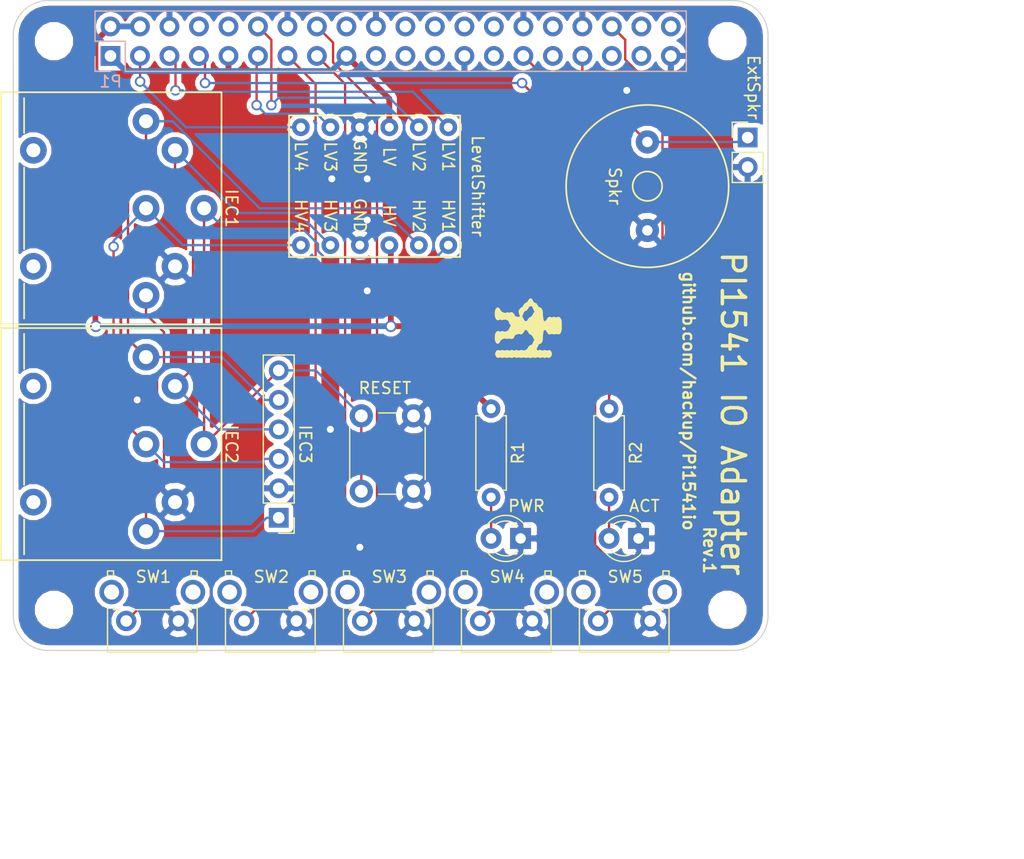
<source format=kicad_pcb>
(kicad_pcb (version 20171130) (host pcbnew "(5.0.0-rc2-dev-406-g05dae9627)")
  (title_block (title "PI1541 IO Adapter") (date 2018-05-09) (rev 1) (company hackup.net) (comment 1 https://github.com/hackup/Pi1541io))
  (layers (0 F.Cu signal) (31 B.Cu signal) (34 B.Paste user) (35 F.Paste user) (36 B.SilkS user) (37 F.SilkS user) (38 B.Mask user) (39 F.Mask user) (44 Edge.Cuts user))
  (net 0 "")
  (net 1 +3V3)
  (net 2 +5V)
  (net 3 GND)
  (net 4 /ID_SD)
  (net 5 /ID_SC)
  (net 6 /GPIO5)
  (net 7 /GPIO6)
  (net 8 /GPIO26)
  (net 9 "/GPIO4(GCLK)")
  (net 10 "/GPIO14(TXD0)")
  (net 11 "/GPIO15(RXD0)")
  (net 12 "/GPIO27(GEN2)")
  (net 13 "/GPIO22(GEN3)")
  (net 14 "/GPIO23(GEN4)")
  (net 15 "/GPIO24(GEN5)")
  (net 16 "/GPIO25(GEN6)")
  (net 17 "/GPIO10(SPI0_MOSI)")
  (net 18 "/GPIO9(SPI0_MISO)")
  (net 19 "/GPIO11(SPI0_SCK)")
  (net 20 "/GPIO8(SPI0_CE_N)")
  (net 21 "/GPIO7(SPI1_CE_N)")
  (net 22 "/GPIO12(PWM0)")
  (net 23 "/GPIO13(PWM1)")
  (net 24 "/GPIO19(SPI1_MISO)")
  (net 25 /GPIO16)
  (net 26 "/GPIO20(SPI1_MOSI)")
  (net 27 "/GPIO21(SPI1_SCK)")
  (net 28 "Net-(J1-Pad6)")
  (net 29 "Net-(J1-Pad4)")
  (net 30 "Net-(J1-Pad1)")
  (net 31 "Net-(J1-Pad3)")
  (net 32 "Net-(J1-Pad5)")
  (net 33 ATN)
  (net 34 RESET)
  (net 35 CLK)
  (net 36 DATA)
  (net 37 "Net-(D1-Pad2)")
  (net 38 "Net-(D2-Pad2)")
  (module LEDs:LED_D3.0mm (layer F.Cu) (at 149.835 105.55 180)
    (fp_text reference D1 hide)
    (fp_text value PWR (at -0.508 2.794 unlocked) (layer F.SilkS))
    (pad 1 thru_hole rect (at 0 0 180) (size 1.8 1.8) (drill 0.9) (layers *.Cu *.Mask) (net 3 GND))
    (pad 2 thru_hole circle (at 2.54 0 180) (size 1.8 1.8) (drill 0.9) (layers *.Cu *.Mask) (net 37 "Net-(D1-Pad2)"))
  )
  (module Resistors_THT:R_Axial_DIN0207_L6.3mm_D2.5mm_P7.62mm_Horizontal (layer F.Cu) (at 147.295 94.374 270)
    (fp_text reference R1 (at 3.81 -2.31 270) (layer F.SilkS))
    (fp_text value 330 hide)
    (pad 1 thru_hole circle (at 0 0 270) (size 1.6 1.6) (drill 0.8) (layers *.Cu *.Mask) (net 2 +5V))
    (pad 2 thru_hole oval (at 7.62 0 270) (size 1.6 1.6) (drill 0.8) (layers *.Cu *.Mask) (net 37 "Net-(D1-Pad2)"))
  )
  (module DIN-Connector:DIN-6 (layer F.Cu) (at 117.577 97.422 90)
    (fp_text reference J2 hide)
    (fp_text value IEC2 (at 0 7.366 270 unlocked) (layer F.SilkS))
    (pad 6 thru_hole circle (at 0 5 90) (size 2.3 2.3) (drill 1.2) (layers *.Cu *.Mask) (net 28 "Net-(J1-Pad6)") (clearance 0.3))
    (pad 2 thru_hole circle (at -5 2.5 90) (size 2.3 2.3) (drill 1.2) (layers *.Cu *.Mask) (net 3 GND) (clearance 0.3))
    (pad 4 thru_hole circle (at 5 2.5 90) (size 2.3 2.3) (drill 1.2) (layers *.Cu *.Mask) (net 29 "Net-(J1-Pad4)") (clearance 0.3))
    (pad 1 thru_hole circle (at -7.5 0 90) (size 2.3 2.3) (drill 1.2) (layers *.Cu *.Mask) (net 30 "Net-(J1-Pad1)") (clearance 0.3))
    (pad 3 thru_hole circle (at 0 0 90) (size 2.3 2.3) (drill 1.2) (layers *.Cu *.Mask) (net 31 "Net-(J1-Pad3)") (clearance 0.3))
    (pad 5 thru_hole circle (at 7.5 0 90) (size 2.3 2.3) (drill 1.2) (layers *.Cu *.Mask) (net 32 "Net-(J1-Pad5)") (clearance 0.3))
    (pad "" thru_hole circle (at 5 -9.7 90) (size 2.3 2.3) (drill 1.2) (layers *.Cu *.Mask))
    (pad "" thru_hole circle (at -5 -9.7 90) (size 2.3 2.3) (drill 1.2) (layers *.Cu *.Mask))
  )
  (module Buttons_Switches_THT:SW_PUSH_6mm (layer F.Cu) (at 136.119 101.486 90)
    (fp_text reference SW6 hide)
    (fp_text value RESET (at 8.89 2.032 180) (layer F.SilkS))
    (pad 2 thru_hole circle (at 0 4.5 180) (size 2 2) (drill 1.1) (layers *.Cu *.Mask) (net 3 GND))
    (pad 1 thru_hole circle (at 0 0 180) (size 2 2) (drill 1.1) (layers *.Cu *.Mask) (net 28 "Net-(J1-Pad6)"))
    (pad 2 thru_hole circle (at 6.5 4.5 180) (size 2 2) (drill 1.1) (layers *.Cu *.Mask) (net 3 GND))
    (pad 1 thru_hole circle (at 6.5 0 180) (size 2 2) (drill 1.1) (layers *.Cu *.Mask) (net 28 "Net-(J1-Pad6)"))
  )
  (module hackup:LevelShifterModule4CH (layer F.Cu) (at 135.992 75.197 270)
    (fp_text reference U1 hide)
    (fp_text value LevelShifter (at 0 -10.16 270 unlocked) (layer F.SilkS))
    (fp_text user HV (at 2.54 -2.54 270 unlocked) (layer F.SilkS))
    (fp_text user HV4 (at 2.54 5.08 270 unlocked) (layer F.SilkS))
    (fp_text user HV3 (at 2.54 2.54 270 unlocked) (layer F.SilkS))
    (fp_text user HV2 (at 2.54 -5.08 270 unlocked) (layer F.SilkS))
    (fp_text user HV1 (at 2.54 -7.62 270 unlocked) (layer F.SilkS))
    (fp_text user LV4 (at -2.54 5.08 270 unlocked) (layer F.SilkS))
    (fp_text user LV3 (at -2.54 2.54 270 unlocked) (layer F.SilkS))
    (fp_text user GND (at 2.54 0 270 unlocked) (layer F.SilkS))
    (fp_text user GND (at -2.54 0 270 unlocked) (layer F.SilkS))
    (fp_text user LV (at -2.54 -2.54 270 unlocked) (layer F.SilkS))
    (fp_text user LV2 (at -2.54 -5.08 270 unlocked) (layer F.SilkS))
    (fp_text user LV1 (at -2.54 -7.62 270 unlocked) (layer F.SilkS))
    (pad 12 thru_hole circle (at 5.08 -7.62 270) (size 1.524 1.524) (drill 0.762) (layers *.Cu *.Mask) (net 28 "Net-(J1-Pad6)"))
    (pad 11 thru_hole circle (at 5.08 -5.08 270) (size 1.524 1.524) (drill 0.762) (layers *.Cu *.Mask) (net 32 "Net-(J1-Pad5)"))
    (pad 10 thru_hole circle (at 5.08 -2.54 270) (size 1.524 1.524) (drill 0.762) (layers *.Cu *.Mask) (net 2 +5V))
    (pad 9 thru_hole circle (at 5.08 0 270) (size 1.524 1.524) (drill 0.762) (layers *.Cu *.Mask) (net 3 GND))
    (pad 8 thru_hole circle (at 5.08 2.54 270) (size 1.524 1.524) (drill 0.762) (layers *.Cu *.Mask) (net 29 "Net-(J1-Pad4)"))
    (pad 7 thru_hole circle (at 5.08 5.08 270) (size 1.524 1.524) (drill 0.762) (layers *.Cu *.Mask) (net 31 "Net-(J1-Pad3)"))
    (pad 6 thru_hole circle (at -5.08 5.08 270) (size 1.524 1.524) (drill 0.762) (layers *.Cu *.Mask) (net 33 ATN))
    (pad 5 thru_hole circle (at -5.08 2.54 270) (size 1.524 1.524) (drill 0.762) (layers *.Cu *.Mask) (net 35 CLK))
    (pad 4 thru_hole circle (at -5.08 0 270) (size 1.524 1.524) (drill 0.762) (layers *.Cu *.Mask) (net 3 GND))
    (pad 3 thru_hole circle (at -5.08 -2.54 270) (size 1.524 1.524) (drill 0.762) (layers *.Cu *.Mask) (net 1 +3V3))
    (pad 2 thru_hole circle (at -5.08 -5.08 270) (size 1.524 1.524) (drill 0.762) (layers *.Cu *.Mask) (net 36 DATA))
    (pad 1 thru_hole circle (at -5.08 -7.62 270) (size 1.524 1.524) (drill 0.762) (layers *.Cu *.Mask) (net 34 RESET))
  )
  (module Buttons_Switches_THT:SW_Tactile_SPST_Angled_PTS645Vx83-2LFS (layer F.Cu) (at 140.691 112.662 180)
    (fp_text reference SW3 (at 2.159 3.81 180) (layer F.SilkS))
    (fp_text value SW_Push)
    (pad "" thru_hole circle (at 5.76 2.49 180) (size 2.1 2.1) (drill 1.3) (layers *.Cu *.Mask))
    (pad 2 thru_hole circle (at 4.5 0 180) (size 1.75 1.75) (drill 0.99) (layers *.Cu *.Mask) (net 14 "/GPIO23(GEN4)"))
    (pad 1 thru_hole circle (at 0 0 180) (size 1.75 1.75) (drill 0.99) (layers *.Cu *.Mask) (net 3 GND))
    (pad "" thru_hole circle (at -1.25 2.49 180) (size 2.1 2.1) (drill 1.3) (layers *.Cu *.Mask))
  )
  (module Socket_Strips:Socket_Strip_Straight_2x20_Pitch2.54mm (layer B.Cu) (at 114.517 63.972 270)
    (fp_text reference P1 (at 2.208 -0.012 180) (layer B.SilkS) (effects (justify mirror)))
    (fp_text value Conn_02x20_Odd_Even)
    (pad 1 thru_hole rect (at 0 0 270) (size 1.7 1.7) (drill 1) (layers *.Cu *.Mask) (net 1 +3V3))
    (pad 2 thru_hole oval (at -2.54 0 270) (size 1.7 1.7) (drill 1) (layers *.Cu *.Mask) (net 2 +5V))
    (pad 3 thru_hole oval (at 0 -2.54 270) (size 1.7 1.7) (drill 1) (layers *.Cu *.Mask) (net 33 ATN))
    (pad 4 thru_hole oval (at -2.54 -2.54 270) (size 1.7 1.7) (drill 1) (layers *.Cu *.Mask) (net 2 +5V))
    (pad 5 thru_hole oval (at 0 -5.08 270) (size 1.7 1.7) (drill 1) (layers *.Cu *.Mask) (net 34 RESET))
    (pad 6 thru_hole oval (at -2.54 -5.08 270) (size 1.7 1.7) (drill 1) (layers *.Cu *.Mask) (net 3 GND))
    (pad 7 thru_hole oval (at 0 -7.62 270) (size 1.7 1.7) (drill 1) (layers *.Cu *.Mask) (net 9 "/GPIO4(GCLK)"))
    (pad 8 thru_hole oval (at -2.54 -7.62 270) (size 1.7 1.7) (drill 1) (layers *.Cu *.Mask) (net 10 "/GPIO14(TXD0)"))
    (pad 9 thru_hole oval (at 0 -10.16 270) (size 1.7 1.7) (drill 1) (layers *.Cu *.Mask) (net 3 GND))
    (pad 10 thru_hole oval (at -2.54 -10.16 270) (size 1.7 1.7) (drill 1) (layers *.Cu *.Mask) (net 11 "/GPIO15(RXD0)"))
    (pad 11 thru_hole oval (at 0 -12.7 270) (size 1.7 1.7) (drill 1) (layers *.Cu *.Mask) (net 35 CLK))
    (pad 12 thru_hole oval (at -2.54 -12.7 270) (size 1.7 1.7) (drill 1) (layers *.Cu *.Mask) (net 36 DATA))
    (pad 13 thru_hole oval (at 0 -15.24 270) (size 1.7 1.7) (drill 1) (layers *.Cu *.Mask) (net 12 "/GPIO27(GEN2)"))
    (pad 14 thru_hole oval (at -2.54 -15.24 270) (size 1.7 1.7) (drill 1) (layers *.Cu *.Mask) (net 3 GND))
    (pad 15 thru_hole oval (at 0 -17.78 270) (size 1.7 1.7) (drill 1) (layers *.Cu *.Mask) (net 13 "/GPIO22(GEN3)"))
    (pad 16 thru_hole oval (at -2.54 -17.78 270) (size 1.7 1.7) (drill 1) (layers *.Cu *.Mask) (net 14 "/GPIO23(GEN4)"))
    (pad 17 thru_hole oval (at 0 -20.32 270) (size 1.7 1.7) (drill 1) (layers *.Cu *.Mask) (net 1 +3V3))
    (pad 18 thru_hole oval (at -2.54 -20.32 270) (size 1.7 1.7) (drill 1) (layers *.Cu *.Mask) (net 15 "/GPIO24(GEN5)"))
    (pad 19 thru_hole oval (at 0 -22.86 270) (size 1.7 1.7) (drill 1) (layers *.Cu *.Mask) (net 17 "/GPIO10(SPI0_MOSI)"))
    (pad 20 thru_hole oval (at -2.54 -22.86 270) (size 1.7 1.7) (drill 1) (layers *.Cu *.Mask) (net 3 GND))
    (pad 21 thru_hole oval (at 0 -25.4 270) (size 1.7 1.7) (drill 1) (layers *.Cu *.Mask) (net 18 "/GPIO9(SPI0_MISO)"))
    (pad 22 thru_hole oval (at -2.54 -25.4 270) (size 1.7 1.7) (drill 1) (layers *.Cu *.Mask) (net 16 "/GPIO25(GEN6)"))
    (pad 23 thru_hole oval (at 0 -27.94 270) (size 1.7 1.7) (drill 1) (layers *.Cu *.Mask) (net 19 "/GPIO11(SPI0_SCK)"))
    (pad 24 thru_hole oval (at -2.54 -27.94 270) (size 1.7 1.7) (drill 1) (layers *.Cu *.Mask) (net 20 "/GPIO8(SPI0_CE_N)"))
    (pad 25 thru_hole oval (at 0 -30.48 270) (size 1.7 1.7) (drill 1) (layers *.Cu *.Mask) (net 3 GND))
    (pad 26 thru_hole oval (at -2.54 -30.48 270) (size 1.7 1.7) (drill 1) (layers *.Cu *.Mask) (net 21 "/GPIO7(SPI1_CE_N)"))
    (pad 27 thru_hole oval (at 0 -33.02 270) (size 1.7 1.7) (drill 1) (layers *.Cu *.Mask) (net 4 /ID_SD))
    (pad 28 thru_hole oval (at -2.54 -33.02 270) (size 1.7 1.7) (drill 1) (layers *.Cu *.Mask) (net 5 /ID_SC))
    (pad 29 thru_hole oval (at 0 -35.56 270) (size 1.7 1.7) (drill 1) (layers *.Cu *.Mask) (net 6 /GPIO5))
    (pad 30 thru_hole oval (at -2.54 -35.56 270) (size 1.7 1.7) (drill 1) (layers *.Cu *.Mask) (net 3 GND))
    (pad 31 thru_hole oval (at 0 -38.1 270) (size 1.7 1.7) (drill 1) (layers *.Cu *.Mask) (net 7 /GPIO6))
    (pad 32 thru_hole oval (at -2.54 -38.1 270) (size 1.7 1.7) (drill 1) (layers *.Cu *.Mask) (net 22 "/GPIO12(PWM0)"))
    (pad 33 thru_hole oval (at 0 -40.64 270) (size 1.7 1.7) (drill 1) (layers *.Cu *.Mask) (net 23 "/GPIO13(PWM1)"))
    (pad 34 thru_hole oval (at -2.54 -40.64 270) (size 1.7 1.7) (drill 1) (layers *.Cu *.Mask) (net 3 GND))
    (pad 35 thru_hole oval (at 0 -43.18 270) (size 1.7 1.7) (drill 1) (layers *.Cu *.Mask) (net 24 "/GPIO19(SPI1_MISO)"))
    (pad 36 thru_hole oval (at -2.54 -43.18 270) (size 1.7 1.7) (drill 1) (layers *.Cu *.Mask) (net 25 /GPIO16))
    (pad 37 thru_hole oval (at 0 -45.72 270) (size 1.7 1.7) (drill 1) (layers *.Cu *.Mask) (net 8 /GPIO26))
    (pad 38 thru_hole oval (at -2.54 -45.72 270) (size 1.7 1.7) (drill 1) (layers *.Cu *.Mask) (net 26 "/GPIO20(SPI1_MOSI)"))
    (pad 39 thru_hole oval (at 0 -48.26 270) (size 1.7 1.7) (drill 1) (layers *.Cu *.Mask) (net 3 GND))
    (pad 40 thru_hole oval (at -2.54 -48.26 270) (size 1.7 1.7) (drill 1) (layers *.Cu *.Mask) (net 27 "/GPIO21(SPI1_SCK)"))
  )
  (module DIN-Connector:DIN-6 (layer F.Cu) (at 117.577 77.102 90)
    (fp_text reference J1 hide)
    (fp_text value IEC1 (at 0 7.366 270 unlocked) (layer F.SilkS))
    (pad 6 thru_hole circle (at 0 5 90) (size 2.3 2.3) (drill 1.2) (layers *.Cu *.Mask) (net 28 "Net-(J1-Pad6)") (clearance 0.3))
    (pad 2 thru_hole circle (at -5 2.5 90) (size 2.3 2.3) (drill 1.2) (layers *.Cu *.Mask) (net 3 GND) (clearance 0.3))
    (pad 4 thru_hole circle (at 5 2.5 90) (size 2.3 2.3) (drill 1.2) (layers *.Cu *.Mask) (net 29 "Net-(J1-Pad4)") (clearance 0.3))
    (pad 1 thru_hole circle (at -7.5 0 90) (size 2.3 2.3) (drill 1.2) (layers *.Cu *.Mask) (net 30 "Net-(J1-Pad1)") (clearance 0.3))
    (pad 3 thru_hole circle (at 0 0 90) (size 2.3 2.3) (drill 1.2) (layers *.Cu *.Mask) (net 31 "Net-(J1-Pad3)") (clearance 0.3))
    (pad 5 thru_hole circle (at 7.5 0 90) (size 2.3 2.3) (drill 1.2) (layers *.Cu *.Mask) (net 32 "Net-(J1-Pad5)") (clearance 0.3))
    (pad "" thru_hole circle (at 5 -9.7 90) (size 2.3 2.3) (drill 1.2) (layers *.Cu *.Mask))
    (pad "" thru_hole circle (at -5 -9.7 90) (size 2.3 2.3) (drill 1.2) (layers *.Cu *.Mask))
  )
  (module Buttons_Switches_THT:SW_Tactile_SPST_Angled_PTS645Vx83-2LFS (layer F.Cu) (at 120.371 112.662 180)
    (fp_text reference SW1 (at 2.159 3.81 180) (layer F.SilkS))
    (fp_text value SW_Push)
    (pad "" thru_hole circle (at -1.25 2.49 180) (size 2.1 2.1) (drill 1.3) (layers *.Cu *.Mask))
    (pad 1 thru_hole circle (at 0 0 180) (size 1.75 1.75) (drill 0.99) (layers *.Cu *.Mask) (net 3 GND))
    (pad 2 thru_hole circle (at 4.5 0 180) (size 1.75 1.75) (drill 0.99) (layers *.Cu *.Mask) (net 12 "/GPIO27(GEN2)"))
    (pad "" thru_hole circle (at 5.76 2.49 180) (size 2.1 2.1) (drill 1.3) (layers *.Cu *.Mask))
  )
  (module Buttons_Switches_THT:SW_Tactile_SPST_Angled_PTS645Vx83-2LFS (layer F.Cu) (at 130.531 112.662 180)
    (fp_text reference SW2 (at 2.159 3.81 180) (layer F.SilkS))
    (fp_text value SW_Push)
    (pad "" thru_hole circle (at 5.76 2.49 180) (size 2.1 2.1) (drill 1.3) (layers *.Cu *.Mask))
    (pad 2 thru_hole circle (at 4.5 0 180) (size 1.75 1.75) (drill 0.99) (layers *.Cu *.Mask) (net 13 "/GPIO22(GEN3)"))
    (pad 1 thru_hole circle (at 0 0 180) (size 1.75 1.75) (drill 0.99) (layers *.Cu *.Mask) (net 3 GND))
    (pad "" thru_hole circle (at -1.25 2.49 180) (size 2.1 2.1) (drill 1.3) (layers *.Cu *.Mask))
  )
  (module Buttons_Switches_THT:SW_Tactile_SPST_Angled_PTS645Vx83-2LFS (layer F.Cu) (at 150.851 112.662 180)
    (fp_text reference SW4 (at 2.159 3.81 180) (layer F.SilkS))
    (fp_text value SW_Push)
    (pad "" thru_hole circle (at 5.76 2.49 180) (size 2.1 2.1) (drill 1.3) (layers *.Cu *.Mask))
    (pad 2 thru_hole circle (at 4.5 0 180) (size 1.75 1.75) (drill 0.99) (layers *.Cu *.Mask) (net 9 "/GPIO4(GCLK)"))
    (pad 1 thru_hole circle (at 0 0 180) (size 1.75 1.75) (drill 0.99) (layers *.Cu *.Mask) (net 3 GND))
    (pad "" thru_hole circle (at -1.25 2.49 180) (size 2.1 2.1) (drill 1.3) (layers *.Cu *.Mask))
  )
  (module Buttons_Switches_THT:SW_Tactile_SPST_Angled_PTS645Vx83-2LFS (layer F.Cu) (at 161.011 112.662 180)
    (fp_text reference SW5 (at 2.159 3.81 180) (layer F.SilkS))
    (fp_text value SW_Push)
    (pad "" thru_hole circle (at -1.25 2.49 180) (size 2.1 2.1) (drill 1.3) (layers *.Cu *.Mask))
    (pad 1 thru_hole circle (at 0 0 180) (size 1.75 1.75) (drill 0.99) (layers *.Cu *.Mask) (net 3 GND))
    (pad 2 thru_hole circle (at 4.5 0 180) (size 1.75 1.75) (drill 0.99) (layers *.Cu *.Mask) (net 6 /GPIO5))
    (pad "" thru_hole circle (at 5.76 2.49 180) (size 2.1 2.1) (drill 1.3) (layers *.Cu *.Mask))
  )
  (module Pin_Headers:Pin_Header_Straight_1x06_Pitch2.54mm (layer F.Cu) (at 129.007 103.772 180)
    (fp_text reference J3 hide)
    (fp_text value IEC3 (at -2.286 6.35 270 unlocked) (layer F.SilkS))
    (pad 1 thru_hole rect (at 0 0 180) (size 1.7 1.7) (drill 1) (layers *.Cu *.Mask) (net 30 "Net-(J1-Pad1)"))
    (pad 2 thru_hole oval (at 0 2.54 180) (size 1.7 1.7) (drill 1) (layers *.Cu *.Mask) (net 3 GND))
    (pad 3 thru_hole oval (at 0 5.08 180) (size 1.7 1.7) (drill 1) (layers *.Cu *.Mask) (net 31 "Net-(J1-Pad3)"))
    (pad 4 thru_hole oval (at 0 7.62 180) (size 1.7 1.7) (drill 1) (layers *.Cu *.Mask) (net 29 "Net-(J1-Pad4)"))
    (pad 5 thru_hole oval (at 0 10.16 180) (size 1.7 1.7) (drill 1) (layers *.Cu *.Mask) (net 32 "Net-(J1-Pad5)"))
    (pad 6 thru_hole oval (at 0 12.7 180) (size 1.7 1.7) (drill 1) (layers *.Cu *.Mask) (net 28 "Net-(J1-Pad6)"))
  )
  (module Mounting_Holes:MountingHole_2.5mm (layer F.Cu) (at 109.647 62.702 180)
    (fp_text reference MK1 hide)
    (fp_text value M2.5)
    (pad 1 np_thru_hole circle (at 0 0 180) (size 2.5 2.5) (drill 2.5) (layers *.Cu *.Mask))
  )
  (module Mounting_Holes:MountingHole_2.5mm (layer F.Cu) (at 167.647 62.702 180)
    (fp_text reference MK2 hide)
    (fp_text value M2.5)
    (pad 1 np_thru_hole circle (at 0 0 180) (size 2.5 2.5) (drill 2.5) (layers *.Cu *.Mask))
  )
  (module Mounting_Holes:MountingHole_2.5mm (layer F.Cu) (at 109.647 111.702)
    (fp_text reference MK3 hide)
    (fp_text value M2.5)
    (pad 1 np_thru_hole circle (at 0 0) (size 2.5 2.5) (drill 2.5) (layers *.Cu *.Mask))
  )
  (module Mounting_Holes:MountingHole_2.5mm (layer F.Cu) (at 167.647 111.702)
    (fp_text reference MK4 hide)
    (fp_text value M2.5)
    (pad 1 np_thru_hole circle (at 0 0) (size 2.5 2.5) (drill 2.5) (layers *.Cu *.Mask))
  )
  (module LEDs:LED_D3.0mm (layer F.Cu) (at 159.995 105.55 180)
    (fp_text reference D2 hide)
    (fp_text value ACT (at -0.508 2.794 unlocked) (layer F.SilkS))
    (pad 1 thru_hole rect (at 0 0 180) (size 1.8 1.8) (drill 0.9) (layers *.Cu *.Mask) (net 3 GND))
    (pad 2 thru_hole circle (at 2.54 0 180) (size 1.8 1.8) (drill 0.9) (layers *.Cu *.Mask) (net 38 "Net-(D2-Pad2)"))
  )
  (module "hackup:Piezo Speaker 1407" (layer F.Cu) (at 160.757 75.197 270)
    (fp_text reference LS1 hide)
    (fp_text value Spkr (at 0 2.794 270 unlocked) (layer F.SilkS))
    (pad 1 thru_hole circle (at -3.81 0 270) (size 2 2) (drill 0.9) (layers *.Cu *.Mask) (net 23 "/GPIO13(PWM1)"))
    (pad 2 thru_hole circle (at 3.81 0 270) (size 2 2) (drill 0.9) (layers *.Cu *.Mask) (net 3 GND))
  )
  (module Resistors_THT:R_Axial_DIN0207_L6.3mm_D2.5mm_P7.62mm_Horizontal (layer F.Cu) (at 157.455 94.374 270)
    (fp_text reference R2 (at 3.81 -2.31 270) (layer F.SilkS))
    (fp_text value 220 hide)
    (pad 1 thru_hole circle (at 0 0 270) (size 1.6 1.6) (drill 0.8) (layers *.Cu *.Mask) (net 25 /GPIO16))
    (pad 2 thru_hole oval (at 7.62 0 270) (size 1.6 1.6) (drill 0.8) (layers *.Cu *.Mask) (net 38 "Net-(D2-Pad2)"))
  )
  (module Pin_Headers:Pin_Header_Straight_1x02_Pitch2.54mm (layer F.Cu) (at 169.393 71.006)
    (fp_text reference J4 hide)
    (fp_text value ExtSpkr (at 0.508 -4.318 -90 unlocked) (layer F.SilkS))
    (pad 1 thru_hole rect (at 0 0) (size 1.7 1.7) (drill 1) (layers *.Cu *.Mask) (net 23 "/GPIO13(PWM1)"))
    (pad 2 thru_hole oval (at 0 2.54) (size 1.7 1.7) (drill 1) (layers *.Cu *.Mask) (net 3 GND))
  )
  (module Logo:bigby (layer F.Cu) (at 150.597 87.516 270)
    (fp_text reference G*** hide)
    (fp_text value LOGO hide)
  )
  (gr_text Rev.1 (at 166.091 106.566 270) (layer F.SilkS) (effects (font (size 1 1) (thickness 0.2))))
  (gr_text github.com/hackup/Pi1541io (at 164.313 82.436 270) (layer F.SilkS) (effects (font (size 1 1) (thickness 0.2)) (justify left)))
  (gr_text "PI1541 IO Adapter" (at 168.123 80.658 270) (layer F.SilkS) (effects (font (size 2 2) (thickness 0.3)) (justify left)))
  (gr_line (start 106.147 78.2069) (end 106.147 96.2028) (layer Edge.Cuts) (width 0.1))
  (gr_line (start 106.147 62.202) (end 106.147 78.202) (layer Edge.Cuts) (width 0.1))
  (gr_arc (start 168.147 62.202) (end 168.147 59.202) (angle 90) (layer Edge.Cuts) (width 0.1))
  (gr_arc (start 168.147 112.202) (end 171.147 112.202) (angle 90) (layer Edge.Cuts) (width 0.1))
  (gr_arc (start 109.147 112.202) (end 109.147 115.202) (angle 90) (layer Edge.Cuts) (width 0.1))
  (gr_arc (start 109.147 62.202) (end 106.147 62.202) (angle 90) (layer Edge.Cuts) (width 0.1))
  (gr_line (start 168.147 59.202) (end 109.147 59.202) (layer Edge.Cuts) (width 0.1))
  (gr_line (start 171.147 112.202) (end 171.147 62.202) (layer Edge.Cuts) (width 0.1))
  (gr_line (start 109.147 115.202) (end 168.147 115.202) (layer Edge.Cuts) (width 0.1))
  (gr_line (start 106.147 96.202) (end 106.147 112.202) (layer Edge.Cuts) (width 0.1))
  (via (at 149.962 66.307) (size 0.9) (drill 0.6) (layers F.Cu B.Cu) (net 9))
  (via (at 122.137 63.972) (size 0.9) (drill 0.6) (layers F.Cu B.Cu) (net 9))
  (via (at 120.117 66.942) (size 0.9) (drill 0.6) (layers F.Cu B.Cu) (net 34))
  (segment (start 120.117 64.492) (end 119.597 63.972) (width 0.2) (layer F.Cu) (net 34))
  (segment (start 120.117 66.942) (end 120.117 64.492) (width 0.2) (layer F.Cu) (net 34))
  (via (at 127.102 68.212) (size 0.9) (drill 0.6) (layers F.Cu B.Cu) (net 35))
  (segment (start 127.102 64.087) (end 127.217 63.972) (width 0.2) (layer F.Cu) (net 35))
  (segment (start 127.102 68.212) (end 127.102 64.087) (width 0.2) (layer F.Cu) (net 35))
  (segment (start 132.297002 68.962002) (end 127.852002 68.962002) (width 0.2) (layer B.Cu) (net 35))
  (segment (start 133.452 70.117) (end 132.297002 68.962002) (width 0.2) (layer B.Cu) (net 35))
  (segment (start 127.852002 68.962002) (end 127.551999 68.661999) (width 0.2) (layer B.Cu) (net 35))
  (segment (start 127.551999 68.661999) (end 127.102 68.212) (width 0.2) (layer B.Cu) (net 35))
  (via (at 128.372 68.212) (size 0.9) (drill 0.6) (layers F.Cu B.Cu) (net 36))
  (segment (start 129.007 67.577) (end 128.372 68.212) (width 0.2) (layer B.Cu) (net 36))
  (segment (start 141.072 70.117) (end 138.532 67.577) (width 0.2) (layer B.Cu) (net 36))
  (segment (start 138.532 67.577) (end 129.007 67.577) (width 0.2) (layer B.Cu) (net 36))
  (segment (start 128.372 62.587) (end 127.217 61.432) (width 0.2) (layer F.Cu) (net 36))
  (segment (start 128.372 68.212) (end 128.372 62.587) (width 0.2) (layer F.Cu) (net 36))
  (segment (start 138.532 67.667) (end 134.837 63.972) (width 0.5) (layer F.Cu) (net 1))
  (segment (start 138.532 70.117) (end 138.532 67.667) (width 0.5) (layer F.Cu) (net 1))
  (segment (start 133.987001 64.821999) (end 134.837 63.972) (width 0.5) (layer B.Cu) (net 1))
  (segment (start 133.536999 65.272001) (end 133.987001 64.821999) (width 0.5) (layer B.Cu) (net 1))
  (segment (start 115.817001 65.272001) (end 133.536999 65.272001) (width 0.5) (layer B.Cu) (net 1))
  (segment (start 114.517 63.972) (end 115.817001 65.272001) (width 0.5) (layer B.Cu) (net 1))
  (segment (start 114.517 61.432) (end 117.057 61.432) (width 0.5) (layer B.Cu) (net 2))
  (via (at 113.259 87.262) (size 1) (drill 0.7) (layers F.Cu B.Cu) (net 2))
  (segment (start 113.216999 87.219999) (end 113.259 87.262) (width 0.5) (layer F.Cu) (net 2))
  (segment (start 114.517 61.432) (end 113.216999 62.732001) (width 0.5) (layer F.Cu) (net 2))
  (segment (start 113.216999 62.732001) (end 113.216999 87.219999) (width 0.5) (layer F.Cu) (net 2))
  (via (at 138.659 87.262) (size 1) (drill 0.7) (layers F.Cu B.Cu) (net 2))
  (segment (start 113.259 87.262) (end 138.659 87.262) (width 0.5) (layer B.Cu) (net 2))
  (segment (start 138.659 80.404) (end 138.532 80.277) (width 0.5) (layer F.Cu) (net 2))
  (segment (start 138.659 87.262) (end 138.659 80.404) (width 0.5) (layer F.Cu) (net 2))
  (segment (start 140.183 87.262) (end 138.659 87.262) (width 0.5) (layer F.Cu) (net 2))
  (segment (start 147.295 94.374) (end 140.183 87.262) (width 0.5) (layer F.Cu) (net 2))
  (via (at 136.627 74.562) (size 0.9) (drill 0.6) (layers F.Cu B.Cu) (net 3))
  (via (at 135.992 106.312) (size 0.9) (drill 0.6) (layers F.Cu B.Cu) (net 3))
  (via (at 133.452 96.152) (size 0.9) (drill 0.6) (layers F.Cu B.Cu) (net 3))
  (via (at 136.627 78.118) (size 0.9) (drill 0.6) (layers F.Cu B.Cu) (net 3))
  (via (at 136.627 84.214) (size 0.9) (drill 0.6) (layers F.Cu B.Cu) (net 3))
  (via (at 116.815 93.612) (size 0.9) (drill 0.6) (layers F.Cu B.Cu) (net 3))
  (via (at 158.979 66.942) (size 0.9) (drill 0.6) (layers F.Cu B.Cu) (net 3))
  (via (at 133.579 74.562) (size 0.9) (drill 0.6) (layers F.Cu B.Cu) (net 3))
  (segment (start 150.926999 64.821999) (end 150.077 63.972) (width 0.2) (layer F.Cu) (net 6))
  (segment (start 156.254999 70.149999) (end 150.926999 64.821999) (width 0.2) (layer F.Cu) (net 6))
  (segment (start 156.254999 106.126001) (end 156.254999 70.149999) (width 0.2) (layer F.Cu) (net 6))
  (segment (start 157.385999 107.257001) (end 156.254999 106.126001) (width 0.2) (layer F.Cu) (net 6))
  (segment (start 157.385999 111.787001) (end 157.385999 107.257001) (width 0.2) (layer F.Cu) (net 6))
  (segment (start 156.511 112.662) (end 157.385999 111.787001) (width 0.2) (layer F.Cu) (net 6))
  (via (at 122.657 66.307) (size 0.9) (drill 0.6) (layers F.Cu B.Cu) (net 9))
  (segment (start 149.962 66.307) (end 124.472 66.307) (width 0.2) (layer B.Cu) (net 9))
  (segment (start 124.472 66.307) (end 122.657 66.307) (width 0.2) (layer B.Cu) (net 9))
  (segment (start 122.657 64.492) (end 122.137 63.972) (width 0.2) (layer F.Cu) (net 9))
  (segment (start 122.657 66.307) (end 122.657 64.492) (width 0.2) (layer F.Cu) (net 9))
  (segment (start 155.854988 72.199988) (end 150.411999 66.756999) (width 0.2) (layer F.Cu) (net 9))
  (segment (start 150.411999 66.756999) (end 149.962 66.307) (width 0.2) (layer F.Cu) (net 9))
  (segment (start 146.351 112.662) (end 155.854988 103.158012) (width 0.2) (layer F.Cu) (net 9))
  (segment (start 155.854988 103.158012) (end 155.854988 72.199988) (width 0.2) (layer F.Cu) (net 9))
  (segment (start 115.871 112.662) (end 120.117 108.416) (width 0.2) (layer F.Cu) (net 12))
  (segment (start 120.117 108.416) (end 127.538 108.416) (width 0.2) (layer F.Cu) (net 12))
  (segment (start 127.538 108.416) (end 132.182 103.772) (width 0.2) (layer F.Cu) (net 12))
  (segment (start 132.182 66.397) (end 129.757 63.972) (width 0.2) (layer F.Cu) (net 12))
  (segment (start 132.182 103.772) (end 132.182 66.397) (width 0.2) (layer F.Cu) (net 12))
  (segment (start 126.031 112.662) (end 134.722 103.971) (width 0.2) (layer F.Cu) (net 13))
  (segment (start 134.722 66.397) (end 132.297 63.972) (width 0.2) (layer F.Cu) (net 13))
  (segment (start 134.722 103.971) (end 134.722 66.397) (width 0.2) (layer F.Cu) (net 13))
  (segment (start 133.146999 62.281999) (end 132.297 61.432) (width 0.2) (layer F.Cu) (net 14))
  (segment (start 133.686999 62.821999) (end 133.146999 62.281999) (width 0.2) (layer F.Cu) (net 14))
  (segment (start 133.686999 64.524001) (end 133.686999 62.821999) (width 0.2) (layer F.Cu) (net 14))
  (segment (start 137.469999 68.307001) (end 133.686999 64.524001) (width 0.2) (layer F.Cu) (net 14))
  (segment (start 137.469999 111.383001) (end 137.469999 68.307001) (width 0.2) (layer F.Cu) (net 14))
  (segment (start 136.191 112.662) (end 137.469999 111.383001) (width 0.2) (layer F.Cu) (net 14))
  (segment (start 155.157 65.787) (end 155.157 65.174081) (width 0.2) (layer F.Cu) (net 23))
  (segment (start 155.157 65.174081) (end 155.157 63.972) (width 0.2) (layer F.Cu) (net 23))
  (segment (start 160.757 71.387) (end 155.157 65.787) (width 0.2) (layer F.Cu) (net 23))
  (segment (start 169.012 71.387) (end 169.393 71.006) (width 0.2) (layer B.Cu) (net 23))
  (segment (start 160.757 71.387) (end 169.012 71.387) (width 0.2) (layer B.Cu) (net 23))
  (segment (start 158.546999 62.281999) (end 157.697 61.432) (width 0.2) (layer F.Cu) (net 25))
  (segment (start 158.847001 62.582001) (end 158.546999 62.281999) (width 0.2) (layer F.Cu) (net 25))
  (segment (start 158.847001 64.284003) (end 158.847001 62.582001) (width 0.2) (layer F.Cu) (net 25))
  (segment (start 162.057001 67.494003) (end 158.847001 64.284003) (width 0.2) (layer F.Cu) (net 25))
  (segment (start 162.057001 88.640629) (end 162.057001 67.494003) (width 0.2) (layer F.Cu) (net 25))
  (segment (start 157.455 93.24263) (end 162.057001 88.640629) (width 0.2) (layer F.Cu) (net 25))
  (segment (start 157.455 94.374) (end 157.455 93.24263) (width 0.2) (layer F.Cu) (net 25))
  (segment (start 122.577 78.728345) (end 122.577 97.422) (width 0.2) (layer F.Cu) (net 28))
  (segment (start 122.577 77.102) (end 122.577 78.728345) (width 0.2) (layer F.Cu) (net 28))
  (segment (start 122.657 97.422) (end 122.577 97.422) (width 0.2) (layer F.Cu) (net 28))
  (segment (start 129.007 91.072) (end 122.657 97.422) (width 0.2) (layer F.Cu) (net 28))
  (segment (start 132.942239 81.339001) (end 142.549999 81.339001) (width 0.2) (layer B.Cu) (net 28))
  (segment (start 132.389999 80.786761) (end 132.942239 81.339001) (width 0.2) (layer B.Cu) (net 28))
  (segment (start 132.389999 80.183237) (end 132.389999 80.786761) (width 0.2) (layer B.Cu) (net 28))
  (segment (start 130.458761 78.251999) (end 132.389999 80.183237) (width 0.2) (layer B.Cu) (net 28))
  (segment (start 122.577 77.102) (end 123.726999 78.251999) (width 0.2) (layer B.Cu) (net 28))
  (segment (start 123.726999 78.251999) (end 130.458761 78.251999) (width 0.2) (layer B.Cu) (net 28))
  (segment (start 142.549999 81.339001) (end 142.850001 81.038999) (width 0.2) (layer B.Cu) (net 28))
  (segment (start 142.850001 81.038999) (end 143.612 80.277) (width 0.2) (layer B.Cu) (net 28))
  (segment (start 132.205 91.072) (end 129.007 91.072) (width 0.2) (layer B.Cu) (net 28))
  (segment (start 136.119 94.986) (end 132.205 91.072) (width 0.2) (layer B.Cu) (net 28))
  (segment (start 136.119 100.071787) (end 136.119 94.986) (width 0.2) (layer F.Cu) (net 28))
  (segment (start 136.119 101.486) (end 136.119 100.071787) (width 0.2) (layer F.Cu) (net 28))
  (segment (start 121.226999 91.272001) (end 120.077 92.422) (width 0.2) (layer F.Cu) (net 29))
  (segment (start 121.627001 90.871999) (end 121.226999 91.272001) (width 0.2) (layer F.Cu) (net 29))
  (segment (start 121.627001 78.446003) (end 121.627001 90.871999) (width 0.2) (layer F.Cu) (net 29))
  (segment (start 120.077 76.896002) (end 121.627001 78.446003) (width 0.2) (layer F.Cu) (net 29))
  (segment (start 120.077 72.102) (end 120.077 76.896002) (width 0.2) (layer F.Cu) (net 29))
  (segment (start 123.807 96.152) (end 120.077 92.422) (width 0.2) (layer B.Cu) (net 29))
  (segment (start 129.007 96.152) (end 123.807 96.152) (width 0.2) (layer B.Cu) (net 29))
  (segment (start 120.077 72.102) (end 125.477011 77.502011) (width 0.2) (layer B.Cu) (net 29))
  (segment (start 125.477011 77.502011) (end 130.677011 77.502011) (width 0.2) (layer B.Cu) (net 29))
  (segment (start 132.690001 79.515001) (end 133.452 80.277) (width 0.2) (layer B.Cu) (net 29))
  (segment (start 130.677011 77.502011) (end 132.690001 79.515001) (width 0.2) (layer B.Cu) (net 29))
  (segment (start 117.577 103.295655) (end 117.577 104.922) (width 0.2) (layer F.Cu) (net 30))
  (segment (start 117.577 102.627998) (end 117.577 103.295655) (width 0.2) (layer F.Cu) (net 30))
  (segment (start 119.127001 101.077997) (end 117.577 102.627998) (width 0.2) (layer F.Cu) (net 30))
  (segment (start 119.127001 96.677999) (end 119.127001 101.077997) (width 0.2) (layer F.Cu) (net 30))
  (segment (start 118.526999 96.077997) (end 119.127001 96.677999) (width 0.2) (layer F.Cu) (net 30))
  (segment (start 118.526999 91.677999) (end 118.526999 96.077997) (width 0.2) (layer F.Cu) (net 30))
  (segment (start 119.127001 91.077997) (end 118.526999 91.677999) (width 0.2) (layer F.Cu) (net 30))
  (segment (start 119.127001 87.778346) (end 119.127001 91.077997) (width 0.2) (layer F.Cu) (net 30))
  (segment (start 117.577 86.228345) (end 119.127001 87.778346) (width 0.2) (layer F.Cu) (net 30))
  (segment (start 117.577 84.602) (end 117.577 86.228345) (width 0.2) (layer F.Cu) (net 30))
  (segment (start 119.203345 104.922) (end 117.577 104.922) (width 0.2) (layer B.Cu) (net 30))
  (segment (start 126.807 104.922) (end 119.203345 104.922) (width 0.2) (layer B.Cu) (net 30))
  (segment (start 127.957 103.772) (end 126.807 104.922) (width 0.2) (layer B.Cu) (net 30))
  (segment (start 129.007 103.772) (end 127.957 103.772) (width 0.2) (layer B.Cu) (net 30))
  (via (at 114.783 80.404) (size 0.9) (drill 0.6) (layers F.Cu B.Cu) (net 31))
  (segment (start 117.577 77.102) (end 114.783 79.896) (width 0.2) (layer B.Cu) (net 31))
  (segment (start 114.783 79.896) (end 114.783 80.404) (width 0.2) (layer B.Cu) (net 31))
  (segment (start 114.783 94.628) (end 117.577 97.422) (width 0.2) (layer F.Cu) (net 31))
  (segment (start 114.783 80.404) (end 114.783 94.628) (width 0.2) (layer F.Cu) (net 31))
  (segment (start 118.726999 98.571999) (end 117.577 97.422) (width 0.2) (layer B.Cu) (net 31))
  (segment (start 119.127001 98.972001) (end 118.726999 98.571999) (width 0.2) (layer B.Cu) (net 31))
  (segment (start 127.524918 98.972001) (end 119.127001 98.972001) (width 0.2) (layer B.Cu) (net 31))
  (segment (start 127.804919 98.692) (end 127.524918 98.972001) (width 0.2) (layer B.Cu) (net 31))
  (segment (start 129.007 98.692) (end 127.804919 98.692) (width 0.2) (layer B.Cu) (net 31))
  (segment (start 120.752 80.277) (end 130.912 80.277) (width 0.2) (layer B.Cu) (net 31))
  (segment (start 117.577 77.102) (end 120.752 80.277) (width 0.2) (layer B.Cu) (net 31))
  (segment (start 116.427001 88.772001) (end 117.577 89.922) (width 0.2) (layer F.Cu) (net 32))
  (segment (start 116.026999 88.371999) (end 116.427001 88.772001) (width 0.2) (layer F.Cu) (net 32))
  (segment (start 116.026999 72.778346) (end 116.026999 88.371999) (width 0.2) (layer F.Cu) (net 32))
  (segment (start 117.577 71.228345) (end 116.026999 72.778346) (width 0.2) (layer F.Cu) (net 32))
  (segment (start 117.577 69.602) (end 117.577 71.228345) (width 0.2) (layer F.Cu) (net 32))
  (segment (start 119.203345 89.922) (end 117.577 89.922) (width 0.2) (layer B.Cu) (net 32))
  (segment (start 124.114919 89.922) (end 119.203345 89.922) (width 0.2) (layer B.Cu) (net 32))
  (segment (start 127.804919 93.612) (end 124.114919 89.922) (width 0.2) (layer B.Cu) (net 32))
  (segment (start 129.007 93.612) (end 127.804919 93.612) (width 0.2) (layer B.Cu) (net 32))
  (segment (start 119.871002 69.602) (end 127.371002 77.102) (width 0.2) (layer B.Cu) (net 32))
  (segment (start 117.577 69.602) (end 119.871002 69.602) (width 0.2) (layer B.Cu) (net 32))
  (segment (start 137.897 77.102) (end 141.072 80.277) (width 0.2) (layer B.Cu) (net 32))
  (segment (start 127.371002 77.102) (end 137.897 77.102) (width 0.2) (layer B.Cu) (net 32))
  (via (at 117.069 66.18) (size 0.9) (drill 0.6) (layers F.Cu B.Cu) (net 33))
  (segment (start 130.912 70.117) (end 121.006 70.117) (width 0.2) (layer B.Cu) (net 33))
  (segment (start 121.006 70.117) (end 117.069 66.18) (width 0.2) (layer B.Cu) (net 33))
  (segment (start 117.069 63.984) (end 117.057 63.972) (width 0.2) (layer F.Cu) (net 33))
  (segment (start 117.069 66.18) (end 117.069 63.984) (width 0.2) (layer F.Cu) (net 33))
  (segment (start 120.868398 67.057002) (end 120.753396 66.942) (width 0.2) (layer B.Cu) (net 34))
  (segment (start 120.753396 66.942) (end 120.117 66.942) (width 0.2) (layer B.Cu) (net 34))
  (segment (start 143.612 70.117) (end 140.552002 67.057002) (width 0.2) (layer B.Cu) (net 34))
  (segment (start 140.552002 67.057002) (end 120.868398 67.057002) (width 0.2) (layer B.Cu) (net 34))
  (segment (start 147.295 104.277208) (end 147.295 101.994) (width 0.2) (layer F.Cu) (net 37))
  (segment (start 147.295 105.55) (end 147.295 104.277208) (width 0.2) (layer F.Cu) (net 37))
  (segment (start 157.455 104.277208) (end 157.455 101.994) (width 0.2) (layer F.Cu) (net 38))
  (segment (start 157.455 105.55) (end 157.455 104.277208) (width 0.2) (layer F.Cu) (net 38))
  (zone (net 3) (net_name GND) (layer F.Cu) (connect_pads (clearance 0.4)) (min_thickness 0.2) (fill yes (arc_segments 16) (thermal_gap 0.508) (thermal_bridge_width 0.508))
    (polygon (pts (xy 106.147 59.322) (xy 106.147 115.202) (xy 171.552 115.202) (xy 171.552 59.322)))
  )
  (zone (net 3) (net_name GND) (layer B.Cu) (connect_pads (clearance 0.4)) (min_thickness 0.2) (fill yes (arc_segments 16) (thermal_gap 0.508) (thermal_bridge_width 0.508))
    (polygon (pts (xy 106.147 59.322) (xy 106.147 115.202) (xy 171.552 115.202) (xy 171.552 59.322)))
  )
)
</source>
